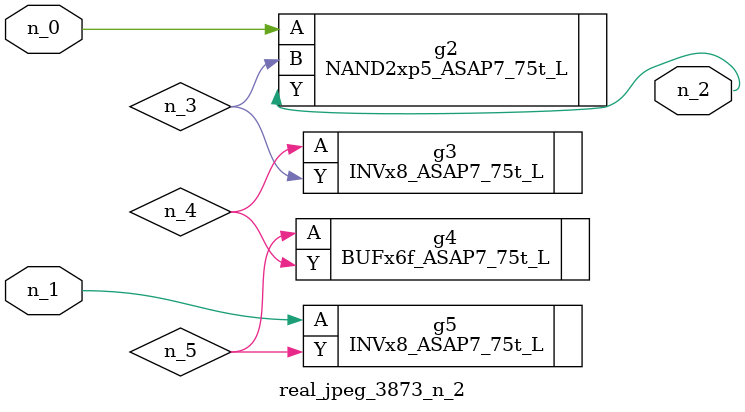
<source format=v>
module real_jpeg_3873_n_2 (n_1, n_0, n_2);

input n_1;
input n_0;

output n_2;

wire n_5;
wire n_4;
wire n_3;

NAND2xp5_ASAP7_75t_L g2 ( 
.A(n_0),
.B(n_3),
.Y(n_2)
);

INVx8_ASAP7_75t_L g5 ( 
.A(n_1),
.Y(n_5)
);

INVx8_ASAP7_75t_L g3 ( 
.A(n_4),
.Y(n_3)
);

BUFx6f_ASAP7_75t_L g4 ( 
.A(n_5),
.Y(n_4)
);


endmodule
</source>
